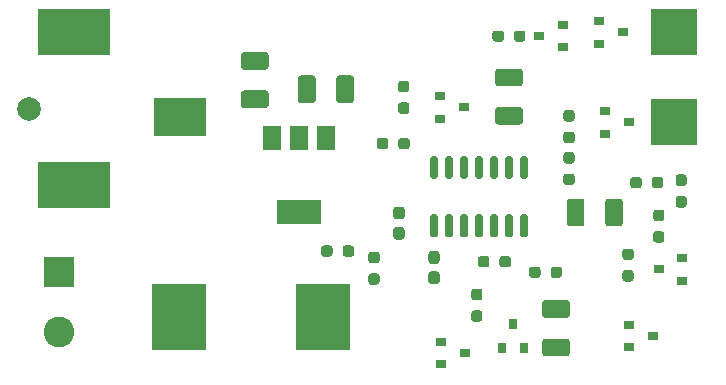
<source format=gbr>
G04 #@! TF.GenerationSoftware,KiCad,Pcbnew,(5.1.10)-1*
G04 #@! TF.CreationDate,2021-07-17T19:43:19-06:00*
G04 #@! TF.ProjectId,FreezerDoorAlarm,46726565-7a65-4724-946f-6f72416c6172,rev?*
G04 #@! TF.SameCoordinates,Original*
G04 #@! TF.FileFunction,Soldermask,Top*
G04 #@! TF.FilePolarity,Negative*
%FSLAX46Y46*%
G04 Gerber Fmt 4.6, Leading zero omitted, Abs format (unit mm)*
G04 Created by KiCad (PCBNEW (5.1.10)-1) date 2021-07-17 19:43:19*
%MOMM*%
%LPD*%
G01*
G04 APERTURE LIST*
%ADD10R,1.500000X2.000000*%
%ADD11R,3.800000X2.000000*%
%ADD12R,0.900000X0.800000*%
%ADD13R,0.800000X0.900000*%
%ADD14R,4.600000X5.600000*%
%ADD15R,4.000000X4.000000*%
%ADD16C,2.600000*%
%ADD17R,2.600000X2.600000*%
%ADD18C,2.000000*%
%ADD19R,6.200000X3.900000*%
%ADD20R,4.400000X3.300000*%
G04 APERTURE END LIST*
G36*
G01*
X112537500Y-82037500D02*
X112537500Y-81562500D01*
G75*
G02*
X112775000Y-81325000I237500J0D01*
G01*
X113275000Y-81325000D01*
G75*
G02*
X113512500Y-81562500I0J-237500D01*
G01*
X113512500Y-82037500D01*
G75*
G02*
X113275000Y-82275000I-237500J0D01*
G01*
X112775000Y-82275000D01*
G75*
G02*
X112537500Y-82037500I0J237500D01*
G01*
G37*
G36*
G01*
X110712500Y-82037500D02*
X110712500Y-81562500D01*
G75*
G02*
X110950000Y-81325000I237500J0D01*
G01*
X111450000Y-81325000D01*
G75*
G02*
X111687500Y-81562500I0J-237500D01*
G01*
X111687500Y-82037500D01*
G75*
G02*
X111450000Y-82275000I-237500J0D01*
G01*
X110950000Y-82275000D01*
G75*
G02*
X110712500Y-82037500I0J237500D01*
G01*
G37*
G36*
G01*
X115720000Y-84795000D02*
X115420000Y-84795000D01*
G75*
G02*
X115270000Y-84645000I0J150000D01*
G01*
X115270000Y-82995000D01*
G75*
G02*
X115420000Y-82845000I150000J0D01*
G01*
X115720000Y-82845000D01*
G75*
G02*
X115870000Y-82995000I0J-150000D01*
G01*
X115870000Y-84645000D01*
G75*
G02*
X115720000Y-84795000I-150000J0D01*
G01*
G37*
G36*
G01*
X116990000Y-84795000D02*
X116690000Y-84795000D01*
G75*
G02*
X116540000Y-84645000I0J150000D01*
G01*
X116540000Y-82995000D01*
G75*
G02*
X116690000Y-82845000I150000J0D01*
G01*
X116990000Y-82845000D01*
G75*
G02*
X117140000Y-82995000I0J-150000D01*
G01*
X117140000Y-84645000D01*
G75*
G02*
X116990000Y-84795000I-150000J0D01*
G01*
G37*
G36*
G01*
X118260000Y-84795000D02*
X117960000Y-84795000D01*
G75*
G02*
X117810000Y-84645000I0J150000D01*
G01*
X117810000Y-82995000D01*
G75*
G02*
X117960000Y-82845000I150000J0D01*
G01*
X118260000Y-82845000D01*
G75*
G02*
X118410000Y-82995000I0J-150000D01*
G01*
X118410000Y-84645000D01*
G75*
G02*
X118260000Y-84795000I-150000J0D01*
G01*
G37*
G36*
G01*
X119530000Y-84795000D02*
X119230000Y-84795000D01*
G75*
G02*
X119080000Y-84645000I0J150000D01*
G01*
X119080000Y-82995000D01*
G75*
G02*
X119230000Y-82845000I150000J0D01*
G01*
X119530000Y-82845000D01*
G75*
G02*
X119680000Y-82995000I0J-150000D01*
G01*
X119680000Y-84645000D01*
G75*
G02*
X119530000Y-84795000I-150000J0D01*
G01*
G37*
G36*
G01*
X120800000Y-84795000D02*
X120500000Y-84795000D01*
G75*
G02*
X120350000Y-84645000I0J150000D01*
G01*
X120350000Y-82995000D01*
G75*
G02*
X120500000Y-82845000I150000J0D01*
G01*
X120800000Y-82845000D01*
G75*
G02*
X120950000Y-82995000I0J-150000D01*
G01*
X120950000Y-84645000D01*
G75*
G02*
X120800000Y-84795000I-150000J0D01*
G01*
G37*
G36*
G01*
X122070000Y-84795000D02*
X121770000Y-84795000D01*
G75*
G02*
X121620000Y-84645000I0J150000D01*
G01*
X121620000Y-82995000D01*
G75*
G02*
X121770000Y-82845000I150000J0D01*
G01*
X122070000Y-82845000D01*
G75*
G02*
X122220000Y-82995000I0J-150000D01*
G01*
X122220000Y-84645000D01*
G75*
G02*
X122070000Y-84795000I-150000J0D01*
G01*
G37*
G36*
G01*
X123340000Y-84795000D02*
X123040000Y-84795000D01*
G75*
G02*
X122890000Y-84645000I0J150000D01*
G01*
X122890000Y-82995000D01*
G75*
G02*
X123040000Y-82845000I150000J0D01*
G01*
X123340000Y-82845000D01*
G75*
G02*
X123490000Y-82995000I0J-150000D01*
G01*
X123490000Y-84645000D01*
G75*
G02*
X123340000Y-84795000I-150000J0D01*
G01*
G37*
G36*
G01*
X123340000Y-89745000D02*
X123040000Y-89745000D01*
G75*
G02*
X122890000Y-89595000I0J150000D01*
G01*
X122890000Y-87945000D01*
G75*
G02*
X123040000Y-87795000I150000J0D01*
G01*
X123340000Y-87795000D01*
G75*
G02*
X123490000Y-87945000I0J-150000D01*
G01*
X123490000Y-89595000D01*
G75*
G02*
X123340000Y-89745000I-150000J0D01*
G01*
G37*
G36*
G01*
X122070000Y-89745000D02*
X121770000Y-89745000D01*
G75*
G02*
X121620000Y-89595000I0J150000D01*
G01*
X121620000Y-87945000D01*
G75*
G02*
X121770000Y-87795000I150000J0D01*
G01*
X122070000Y-87795000D01*
G75*
G02*
X122220000Y-87945000I0J-150000D01*
G01*
X122220000Y-89595000D01*
G75*
G02*
X122070000Y-89745000I-150000J0D01*
G01*
G37*
G36*
G01*
X120800000Y-89745000D02*
X120500000Y-89745000D01*
G75*
G02*
X120350000Y-89595000I0J150000D01*
G01*
X120350000Y-87945000D01*
G75*
G02*
X120500000Y-87795000I150000J0D01*
G01*
X120800000Y-87795000D01*
G75*
G02*
X120950000Y-87945000I0J-150000D01*
G01*
X120950000Y-89595000D01*
G75*
G02*
X120800000Y-89745000I-150000J0D01*
G01*
G37*
G36*
G01*
X119530000Y-89745000D02*
X119230000Y-89745000D01*
G75*
G02*
X119080000Y-89595000I0J150000D01*
G01*
X119080000Y-87945000D01*
G75*
G02*
X119230000Y-87795000I150000J0D01*
G01*
X119530000Y-87795000D01*
G75*
G02*
X119680000Y-87945000I0J-150000D01*
G01*
X119680000Y-89595000D01*
G75*
G02*
X119530000Y-89745000I-150000J0D01*
G01*
G37*
G36*
G01*
X118260000Y-89745000D02*
X117960000Y-89745000D01*
G75*
G02*
X117810000Y-89595000I0J150000D01*
G01*
X117810000Y-87945000D01*
G75*
G02*
X117960000Y-87795000I150000J0D01*
G01*
X118260000Y-87795000D01*
G75*
G02*
X118410000Y-87945000I0J-150000D01*
G01*
X118410000Y-89595000D01*
G75*
G02*
X118260000Y-89745000I-150000J0D01*
G01*
G37*
G36*
G01*
X116990000Y-89745000D02*
X116690000Y-89745000D01*
G75*
G02*
X116540000Y-89595000I0J150000D01*
G01*
X116540000Y-87945000D01*
G75*
G02*
X116690000Y-87795000I150000J0D01*
G01*
X116990000Y-87795000D01*
G75*
G02*
X117140000Y-87945000I0J-150000D01*
G01*
X117140000Y-89595000D01*
G75*
G02*
X116990000Y-89745000I-150000J0D01*
G01*
G37*
G36*
G01*
X115720000Y-89745000D02*
X115420000Y-89745000D01*
G75*
G02*
X115270000Y-89595000I0J150000D01*
G01*
X115270000Y-87945000D01*
G75*
G02*
X115420000Y-87795000I150000J0D01*
G01*
X115720000Y-87795000D01*
G75*
G02*
X115870000Y-87945000I0J-150000D01*
G01*
X115870000Y-89595000D01*
G75*
G02*
X115720000Y-89745000I-150000J0D01*
G01*
G37*
D10*
X106440000Y-81330000D03*
X101840000Y-81330000D03*
X104140000Y-81330000D03*
D11*
X104140000Y-87630000D03*
G36*
G01*
X127237500Y-79942500D02*
X126762500Y-79942500D01*
G75*
G02*
X126525000Y-79705000I0J237500D01*
G01*
X126525000Y-79205000D01*
G75*
G02*
X126762500Y-78967500I237500J0D01*
G01*
X127237500Y-78967500D01*
G75*
G02*
X127475000Y-79205000I0J-237500D01*
G01*
X127475000Y-79705000D01*
G75*
G02*
X127237500Y-79942500I-237500J0D01*
G01*
G37*
G36*
G01*
X127237500Y-81767500D02*
X126762500Y-81767500D01*
G75*
G02*
X126525000Y-81530000I0J237500D01*
G01*
X126525000Y-81030000D01*
G75*
G02*
X126762500Y-80792500I237500J0D01*
G01*
X127237500Y-80792500D01*
G75*
G02*
X127475000Y-81030000I0J-237500D01*
G01*
X127475000Y-81530000D01*
G75*
G02*
X127237500Y-81767500I-237500J0D01*
G01*
G37*
G36*
G01*
X122337500Y-72937500D02*
X122337500Y-72462500D01*
G75*
G02*
X122575000Y-72225000I237500J0D01*
G01*
X123075000Y-72225000D01*
G75*
G02*
X123312500Y-72462500I0J-237500D01*
G01*
X123312500Y-72937500D01*
G75*
G02*
X123075000Y-73175000I-237500J0D01*
G01*
X122575000Y-73175000D01*
G75*
G02*
X122337500Y-72937500I0J237500D01*
G01*
G37*
G36*
G01*
X120512500Y-72937500D02*
X120512500Y-72462500D01*
G75*
G02*
X120750000Y-72225000I237500J0D01*
G01*
X121250000Y-72225000D01*
G75*
G02*
X121487500Y-72462500I0J-237500D01*
G01*
X121487500Y-72937500D01*
G75*
G02*
X121250000Y-73175000I-237500J0D01*
G01*
X120750000Y-73175000D01*
G75*
G02*
X120512500Y-72937500I0J237500D01*
G01*
G37*
G36*
G01*
X112762500Y-78312500D02*
X113237500Y-78312500D01*
G75*
G02*
X113475000Y-78550000I0J-237500D01*
G01*
X113475000Y-79050000D01*
G75*
G02*
X113237500Y-79287500I-237500J0D01*
G01*
X112762500Y-79287500D01*
G75*
G02*
X112525000Y-79050000I0J237500D01*
G01*
X112525000Y-78550000D01*
G75*
G02*
X112762500Y-78312500I237500J0D01*
G01*
G37*
G36*
G01*
X112762500Y-76487500D02*
X113237500Y-76487500D01*
G75*
G02*
X113475000Y-76725000I0J-237500D01*
G01*
X113475000Y-77225000D01*
G75*
G02*
X113237500Y-77462500I-237500J0D01*
G01*
X112762500Y-77462500D01*
G75*
G02*
X112525000Y-77225000I0J237500D01*
G01*
X112525000Y-76725000D01*
G75*
G02*
X112762500Y-76487500I237500J0D01*
G01*
G37*
G36*
G01*
X136262500Y-86237500D02*
X136737500Y-86237500D01*
G75*
G02*
X136975000Y-86475000I0J-237500D01*
G01*
X136975000Y-86975000D01*
G75*
G02*
X136737500Y-87212500I-237500J0D01*
G01*
X136262500Y-87212500D01*
G75*
G02*
X136025000Y-86975000I0J237500D01*
G01*
X136025000Y-86475000D01*
G75*
G02*
X136262500Y-86237500I237500J0D01*
G01*
G37*
G36*
G01*
X136262500Y-84412500D02*
X136737500Y-84412500D01*
G75*
G02*
X136975000Y-84650000I0J-237500D01*
G01*
X136975000Y-85150000D01*
G75*
G02*
X136737500Y-85387500I-237500J0D01*
G01*
X136262500Y-85387500D01*
G75*
G02*
X136025000Y-85150000I0J237500D01*
G01*
X136025000Y-84650000D01*
G75*
G02*
X136262500Y-84412500I237500J0D01*
G01*
G37*
G36*
G01*
X134362500Y-89212500D02*
X134837500Y-89212500D01*
G75*
G02*
X135075000Y-89450000I0J-237500D01*
G01*
X135075000Y-89950000D01*
G75*
G02*
X134837500Y-90187500I-237500J0D01*
G01*
X134362500Y-90187500D01*
G75*
G02*
X134125000Y-89950000I0J237500D01*
G01*
X134125000Y-89450000D01*
G75*
G02*
X134362500Y-89212500I237500J0D01*
G01*
G37*
G36*
G01*
X134362500Y-87387500D02*
X134837500Y-87387500D01*
G75*
G02*
X135075000Y-87625000I0J-237500D01*
G01*
X135075000Y-88125000D01*
G75*
G02*
X134837500Y-88362500I-237500J0D01*
G01*
X134362500Y-88362500D01*
G75*
G02*
X134125000Y-88125000I0J237500D01*
G01*
X134125000Y-87625000D01*
G75*
G02*
X134362500Y-87387500I237500J0D01*
G01*
G37*
G36*
G01*
X133162500Y-84862500D02*
X133162500Y-85337500D01*
G75*
G02*
X132925000Y-85575000I-237500J0D01*
G01*
X132425000Y-85575000D01*
G75*
G02*
X132187500Y-85337500I0J237500D01*
G01*
X132187500Y-84862500D01*
G75*
G02*
X132425000Y-84625000I237500J0D01*
G01*
X132925000Y-84625000D01*
G75*
G02*
X133162500Y-84862500I0J-237500D01*
G01*
G37*
G36*
G01*
X134987500Y-84862500D02*
X134987500Y-85337500D01*
G75*
G02*
X134750000Y-85575000I-237500J0D01*
G01*
X134250000Y-85575000D01*
G75*
G02*
X134012500Y-85337500I0J237500D01*
G01*
X134012500Y-84862500D01*
G75*
G02*
X134250000Y-84625000I237500J0D01*
G01*
X134750000Y-84625000D01*
G75*
G02*
X134987500Y-84862500I0J-237500D01*
G01*
G37*
G36*
G01*
X131762500Y-92512500D02*
X132237500Y-92512500D01*
G75*
G02*
X132475000Y-92750000I0J-237500D01*
G01*
X132475000Y-93250000D01*
G75*
G02*
X132237500Y-93487500I-237500J0D01*
G01*
X131762500Y-93487500D01*
G75*
G02*
X131525000Y-93250000I0J237500D01*
G01*
X131525000Y-92750000D01*
G75*
G02*
X131762500Y-92512500I237500J0D01*
G01*
G37*
G36*
G01*
X131762500Y-90687500D02*
X132237500Y-90687500D01*
G75*
G02*
X132475000Y-90925000I0J-237500D01*
G01*
X132475000Y-91425000D01*
G75*
G02*
X132237500Y-91662500I-237500J0D01*
G01*
X131762500Y-91662500D01*
G75*
G02*
X131525000Y-91425000I0J237500D01*
G01*
X131525000Y-90925000D01*
G75*
G02*
X131762500Y-90687500I237500J0D01*
G01*
G37*
G36*
G01*
X127237500Y-83487500D02*
X126762500Y-83487500D01*
G75*
G02*
X126525000Y-83250000I0J237500D01*
G01*
X126525000Y-82750000D01*
G75*
G02*
X126762500Y-82512500I237500J0D01*
G01*
X127237500Y-82512500D01*
G75*
G02*
X127475000Y-82750000I0J-237500D01*
G01*
X127475000Y-83250000D01*
G75*
G02*
X127237500Y-83487500I-237500J0D01*
G01*
G37*
G36*
G01*
X127237500Y-85312500D02*
X126762500Y-85312500D01*
G75*
G02*
X126525000Y-85075000I0J237500D01*
G01*
X126525000Y-84575000D01*
G75*
G02*
X126762500Y-84337500I237500J0D01*
G01*
X127237500Y-84337500D01*
G75*
G02*
X127475000Y-84575000I0J-237500D01*
G01*
X127475000Y-85075000D01*
G75*
G02*
X127237500Y-85312500I-237500J0D01*
G01*
G37*
G36*
G01*
X124587500Y-92462500D02*
X124587500Y-92937500D01*
G75*
G02*
X124350000Y-93175000I-237500J0D01*
G01*
X123850000Y-93175000D01*
G75*
G02*
X123612500Y-92937500I0J237500D01*
G01*
X123612500Y-92462500D01*
G75*
G02*
X123850000Y-92225000I237500J0D01*
G01*
X124350000Y-92225000D01*
G75*
G02*
X124587500Y-92462500I0J-237500D01*
G01*
G37*
G36*
G01*
X126412500Y-92462500D02*
X126412500Y-92937500D01*
G75*
G02*
X126175000Y-93175000I-237500J0D01*
G01*
X125675000Y-93175000D01*
G75*
G02*
X125437500Y-92937500I0J237500D01*
G01*
X125437500Y-92462500D01*
G75*
G02*
X125675000Y-92225000I237500J0D01*
G01*
X126175000Y-92225000D01*
G75*
G02*
X126412500Y-92462500I0J-237500D01*
G01*
G37*
G36*
G01*
X120262500Y-91562500D02*
X120262500Y-92037500D01*
G75*
G02*
X120025000Y-92275000I-237500J0D01*
G01*
X119525000Y-92275000D01*
G75*
G02*
X119287500Y-92037500I0J237500D01*
G01*
X119287500Y-91562500D01*
G75*
G02*
X119525000Y-91325000I237500J0D01*
G01*
X120025000Y-91325000D01*
G75*
G02*
X120262500Y-91562500I0J-237500D01*
G01*
G37*
G36*
G01*
X122087500Y-91562500D02*
X122087500Y-92037500D01*
G75*
G02*
X121850000Y-92275000I-237500J0D01*
G01*
X121350000Y-92275000D01*
G75*
G02*
X121112500Y-92037500I0J237500D01*
G01*
X121112500Y-91562500D01*
G75*
G02*
X121350000Y-91325000I237500J0D01*
G01*
X121850000Y-91325000D01*
G75*
G02*
X122087500Y-91562500I0J-237500D01*
G01*
G37*
G36*
G01*
X119437500Y-95062500D02*
X118962500Y-95062500D01*
G75*
G02*
X118725000Y-94825000I0J237500D01*
G01*
X118725000Y-94325000D01*
G75*
G02*
X118962500Y-94087500I237500J0D01*
G01*
X119437500Y-94087500D01*
G75*
G02*
X119675000Y-94325000I0J-237500D01*
G01*
X119675000Y-94825000D01*
G75*
G02*
X119437500Y-95062500I-237500J0D01*
G01*
G37*
G36*
G01*
X119437500Y-96887500D02*
X118962500Y-96887500D01*
G75*
G02*
X118725000Y-96650000I0J237500D01*
G01*
X118725000Y-96150000D01*
G75*
G02*
X118962500Y-95912500I237500J0D01*
G01*
X119437500Y-95912500D01*
G75*
G02*
X119675000Y-96150000I0J-237500D01*
G01*
X119675000Y-96650000D01*
G75*
G02*
X119437500Y-96887500I-237500J0D01*
G01*
G37*
G36*
G01*
X106987500Y-90662500D02*
X106987500Y-91137500D01*
G75*
G02*
X106750000Y-91375000I-237500J0D01*
G01*
X106250000Y-91375000D01*
G75*
G02*
X106012500Y-91137500I0J237500D01*
G01*
X106012500Y-90662500D01*
G75*
G02*
X106250000Y-90425000I237500J0D01*
G01*
X106750000Y-90425000D01*
G75*
G02*
X106987500Y-90662500I0J-237500D01*
G01*
G37*
G36*
G01*
X108812500Y-90662500D02*
X108812500Y-91137500D01*
G75*
G02*
X108575000Y-91375000I-237500J0D01*
G01*
X108075000Y-91375000D01*
G75*
G02*
X107837500Y-91137500I0J237500D01*
G01*
X107837500Y-90662500D01*
G75*
G02*
X108075000Y-90425000I237500J0D01*
G01*
X108575000Y-90425000D01*
G75*
G02*
X108812500Y-90662500I0J-237500D01*
G01*
G37*
G36*
G01*
X110252500Y-92777500D02*
X110727500Y-92777500D01*
G75*
G02*
X110965000Y-93015000I0J-237500D01*
G01*
X110965000Y-93515000D01*
G75*
G02*
X110727500Y-93752500I-237500J0D01*
G01*
X110252500Y-93752500D01*
G75*
G02*
X110015000Y-93515000I0J237500D01*
G01*
X110015000Y-93015000D01*
G75*
G02*
X110252500Y-92777500I237500J0D01*
G01*
G37*
G36*
G01*
X110252500Y-90952500D02*
X110727500Y-90952500D01*
G75*
G02*
X110965000Y-91190000I0J-237500D01*
G01*
X110965000Y-91690000D01*
G75*
G02*
X110727500Y-91927500I-237500J0D01*
G01*
X110252500Y-91927500D01*
G75*
G02*
X110015000Y-91690000I0J237500D01*
G01*
X110015000Y-91190000D01*
G75*
G02*
X110252500Y-90952500I237500J0D01*
G01*
G37*
D12*
X131540000Y-72390000D03*
X129540000Y-73340000D03*
X129540000Y-71440000D03*
X124460000Y-72710000D03*
X126460000Y-71760000D03*
X126460000Y-73660000D03*
X118110000Y-78740000D03*
X116110000Y-79690000D03*
X116110000Y-77790000D03*
X132080000Y-80010000D03*
X130080000Y-80960000D03*
X130080000Y-79060000D03*
X134600000Y-92450000D03*
X136600000Y-91500000D03*
X136600000Y-93400000D03*
X134080000Y-98110000D03*
X132080000Y-99060000D03*
X132080000Y-97160000D03*
D13*
X122250000Y-97100000D03*
X123200000Y-99100000D03*
X121300000Y-99100000D03*
D12*
X118200000Y-99550000D03*
X116200000Y-100500000D03*
X116200000Y-98600000D03*
D14*
X106200000Y-96520000D03*
X93980000Y-96520000D03*
D15*
X135890000Y-72390000D03*
X135890000Y-80010000D03*
D16*
X83820000Y-97790000D03*
D17*
X83820000Y-92710000D03*
D18*
X81290000Y-78840000D03*
D19*
X85090000Y-85290000D03*
X85090000Y-72390000D03*
D20*
X94090000Y-79540000D03*
G36*
G01*
X120995000Y-78700000D02*
X122845000Y-78700000D01*
G75*
G02*
X123095000Y-78950000I0J-250000D01*
G01*
X123095000Y-79950000D01*
G75*
G02*
X122845000Y-80200000I-250000J0D01*
G01*
X120995000Y-80200000D01*
G75*
G02*
X120745000Y-79950000I0J250000D01*
G01*
X120745000Y-78950000D01*
G75*
G02*
X120995000Y-78700000I250000J0D01*
G01*
G37*
G36*
G01*
X120995000Y-75450000D02*
X122845000Y-75450000D01*
G75*
G02*
X123095000Y-75700000I0J-250000D01*
G01*
X123095000Y-76700000D01*
G75*
G02*
X122845000Y-76950000I-250000J0D01*
G01*
X120995000Y-76950000D01*
G75*
G02*
X120745000Y-76700000I0J250000D01*
G01*
X120745000Y-75700000D01*
G75*
G02*
X120995000Y-75450000I250000J0D01*
G01*
G37*
G36*
G01*
X128310000Y-86705000D02*
X128310000Y-88555000D01*
G75*
G02*
X128060000Y-88805000I-250000J0D01*
G01*
X127060000Y-88805000D01*
G75*
G02*
X126810000Y-88555000I0J250000D01*
G01*
X126810000Y-86705000D01*
G75*
G02*
X127060000Y-86455000I250000J0D01*
G01*
X128060000Y-86455000D01*
G75*
G02*
X128310000Y-86705000I0J-250000D01*
G01*
G37*
G36*
G01*
X131560000Y-86705000D02*
X131560000Y-88555000D01*
G75*
G02*
X131310000Y-88805000I-250000J0D01*
G01*
X130310000Y-88805000D01*
G75*
G02*
X130060000Y-88555000I0J250000D01*
G01*
X130060000Y-86705000D01*
G75*
G02*
X130310000Y-86455000I250000J0D01*
G01*
X131310000Y-86455000D01*
G75*
G02*
X131560000Y-86705000I0J-250000D01*
G01*
G37*
G36*
G01*
X124975000Y-98310000D02*
X126825000Y-98310000D01*
G75*
G02*
X127075000Y-98560000I0J-250000D01*
G01*
X127075000Y-99560000D01*
G75*
G02*
X126825000Y-99810000I-250000J0D01*
G01*
X124975000Y-99810000D01*
G75*
G02*
X124725000Y-99560000I0J250000D01*
G01*
X124725000Y-98560000D01*
G75*
G02*
X124975000Y-98310000I250000J0D01*
G01*
G37*
G36*
G01*
X124975000Y-95060000D02*
X126825000Y-95060000D01*
G75*
G02*
X127075000Y-95310000I0J-250000D01*
G01*
X127075000Y-96310000D01*
G75*
G02*
X126825000Y-96560000I-250000J0D01*
G01*
X124975000Y-96560000D01*
G75*
G02*
X124725000Y-96310000I0J250000D01*
G01*
X124725000Y-95310000D01*
G75*
G02*
X124975000Y-95060000I250000J0D01*
G01*
G37*
G36*
G01*
X115332500Y-92627500D02*
X115807500Y-92627500D01*
G75*
G02*
X116045000Y-92865000I0J-237500D01*
G01*
X116045000Y-93465000D01*
G75*
G02*
X115807500Y-93702500I-237500J0D01*
G01*
X115332500Y-93702500D01*
G75*
G02*
X115095000Y-93465000I0J237500D01*
G01*
X115095000Y-92865000D01*
G75*
G02*
X115332500Y-92627500I237500J0D01*
G01*
G37*
G36*
G01*
X115332500Y-90902500D02*
X115807500Y-90902500D01*
G75*
G02*
X116045000Y-91140000I0J-237500D01*
G01*
X116045000Y-91740000D01*
G75*
G02*
X115807500Y-91977500I-237500J0D01*
G01*
X115332500Y-91977500D01*
G75*
G02*
X115095000Y-91740000I0J237500D01*
G01*
X115095000Y-91140000D01*
G75*
G02*
X115332500Y-90902500I237500J0D01*
G01*
G37*
G36*
G01*
X112362500Y-88862500D02*
X112837500Y-88862500D01*
G75*
G02*
X113075000Y-89100000I0J-237500D01*
G01*
X113075000Y-89700000D01*
G75*
G02*
X112837500Y-89937500I-237500J0D01*
G01*
X112362500Y-89937500D01*
G75*
G02*
X112125000Y-89700000I0J237500D01*
G01*
X112125000Y-89100000D01*
G75*
G02*
X112362500Y-88862500I237500J0D01*
G01*
G37*
G36*
G01*
X112362500Y-87137500D02*
X112837500Y-87137500D01*
G75*
G02*
X113075000Y-87375000I0J-237500D01*
G01*
X113075000Y-87975000D01*
G75*
G02*
X112837500Y-88212500I-237500J0D01*
G01*
X112362500Y-88212500D01*
G75*
G02*
X112125000Y-87975000I0J237500D01*
G01*
X112125000Y-87375000D01*
G75*
G02*
X112362500Y-87137500I237500J0D01*
G01*
G37*
G36*
G01*
X107300000Y-78125000D02*
X107300000Y-76275000D01*
G75*
G02*
X107550000Y-76025000I250000J0D01*
G01*
X108550000Y-76025000D01*
G75*
G02*
X108800000Y-76275000I0J-250000D01*
G01*
X108800000Y-78125000D01*
G75*
G02*
X108550000Y-78375000I-250000J0D01*
G01*
X107550000Y-78375000D01*
G75*
G02*
X107300000Y-78125000I0J250000D01*
G01*
G37*
G36*
G01*
X104050000Y-78125000D02*
X104050000Y-76275000D01*
G75*
G02*
X104300000Y-76025000I250000J0D01*
G01*
X105300000Y-76025000D01*
G75*
G02*
X105550000Y-76275000I0J-250000D01*
G01*
X105550000Y-78125000D01*
G75*
G02*
X105300000Y-78375000I-250000J0D01*
G01*
X104300000Y-78375000D01*
G75*
G02*
X104050000Y-78125000I0J250000D01*
G01*
G37*
G36*
G01*
X101325000Y-75550000D02*
X99475000Y-75550000D01*
G75*
G02*
X99225000Y-75300000I0J250000D01*
G01*
X99225000Y-74300000D01*
G75*
G02*
X99475000Y-74050000I250000J0D01*
G01*
X101325000Y-74050000D01*
G75*
G02*
X101575000Y-74300000I0J-250000D01*
G01*
X101575000Y-75300000D01*
G75*
G02*
X101325000Y-75550000I-250000J0D01*
G01*
G37*
G36*
G01*
X101325000Y-78800000D02*
X99475000Y-78800000D01*
G75*
G02*
X99225000Y-78550000I0J250000D01*
G01*
X99225000Y-77550000D01*
G75*
G02*
X99475000Y-77300000I250000J0D01*
G01*
X101325000Y-77300000D01*
G75*
G02*
X101575000Y-77550000I0J-250000D01*
G01*
X101575000Y-78550000D01*
G75*
G02*
X101325000Y-78800000I-250000J0D01*
G01*
G37*
M02*

</source>
